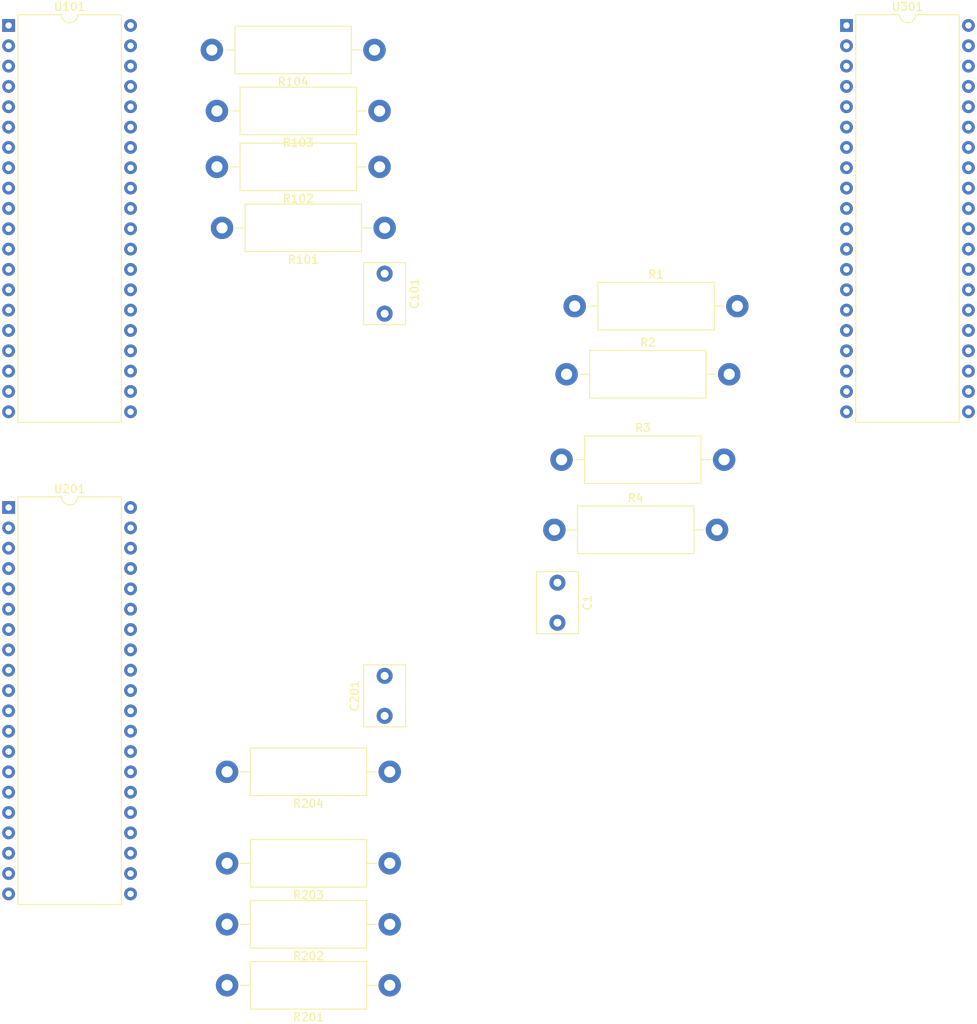
<source format=kicad_pcb>
(kicad_pcb (version 20171130) (host pcbnew "(5.0.0-rc2-dev-668-g07e7340a9)")

  (general
    (thickness 1.6)
    (drawings 0)
    (tracks 0)
    (zones 0)
    (modules 18)
    (nets 114)
  )

  (page A4)
  (layers
    (0 F.Cu signal)
    (31 B.Cu signal)
    (32 B.Adhes user)
    (33 F.Adhes user)
    (34 B.Paste user)
    (35 F.Paste user)
    (36 B.SilkS user)
    (37 F.SilkS user)
    (38 B.Mask user)
    (39 F.Mask user)
    (40 Dwgs.User user)
    (41 Cmts.User user)
    (42 Eco1.User user)
    (43 Eco2.User user)
    (44 Edge.Cuts user)
    (45 Margin user)
    (46 B.CrtYd user)
    (47 F.CrtYd user)
    (48 B.Fab user)
    (49 F.Fab user)
  )

  (setup
    (last_trace_width 0.25)
    (trace_clearance 0.2)
    (zone_clearance 0.508)
    (zone_45_only no)
    (trace_min 0.2)
    (segment_width 0.2)
    (edge_width 0.15)
    (via_size 0.8)
    (via_drill 0.4)
    (via_min_size 0.4)
    (via_min_drill 0.3)
    (uvia_size 0.3)
    (uvia_drill 0.1)
    (uvias_allowed no)
    (uvia_min_size 0.2)
    (uvia_min_drill 0.1)
    (pcb_text_width 0.3)
    (pcb_text_size 1.5 1.5)
    (mod_edge_width 0.15)
    (mod_text_size 1 1)
    (mod_text_width 0.15)
    (pad_size 1.524 1.524)
    (pad_drill 0.762)
    (pad_to_mask_clearance 0.2)
    (aux_axis_origin 0 0)
    (visible_elements 7FFFFFFF)
    (pcbplotparams
      (layerselection 0x010fc_ffffffff)
      (usegerberextensions false)
      (usegerberattributes false)
      (usegerberadvancedattributes false)
      (creategerberjobfile false)
      (excludeedgelayer true)
      (linewidth 0.100000)
      (plotframeref false)
      (viasonmask false)
      (mode 1)
      (useauxorigin false)
      (hpglpennumber 1)
      (hpglpenspeed 20)
      (hpglpendiameter 15)
      (psnegative false)
      (psa4output false)
      (plotreference true)
      (plotvalue true)
      (plotinvisibletext false)
      (padsonsilk false)
      (subtractmaskfromsilk false)
      (outputformat 1)
      (mirror false)
      (drillshape 1)
      (scaleselection 1)
      (outputdirectory ""))
  )

  (net 0 "")
  (net 1 "Net-(C101-Pad1)")
  (net 2 GND)
  (net 3 "Net-(C201-Pad1)")
  (net 4 /RB1)
  (net 5 /RB2)
  (net 6 /RB3)
  (net 7 /RB4)
  (net 8 /level_1/RD1)
  (net 9 /level_1/RD2)
  (net 10 /level_1/RD3)
  (net 11 /level_1/RD4)
  (net 12 "Net-(U101-Pad1)")
  (net 13 "Net-(U101-Pad21)")
  (net 14 "Net-(U101-Pad2)")
  (net 15 "Net-(U101-Pad22)")
  (net 16 "Net-(U101-Pad3)")
  (net 17 "Net-(U101-Pad23)")
  (net 18 "Net-(U101-Pad4)")
  (net 19 "Net-(U101-Pad24)")
  (net 20 "Net-(U101-Pad5)")
  (net 21 "Net-(U101-Pad25)")
  (net 22 "Net-(U101-Pad6)")
  (net 23 "Net-(U101-Pad26)")
  (net 24 "Net-(U101-Pad7)")
  (net 25 "Net-(U101-Pad27)")
  (net 26 "Net-(U101-Pad8)")
  (net 27 "Net-(U101-Pad28)")
  (net 28 "Net-(U101-Pad9)")
  (net 29 "Net-(U101-Pad29)")
  (net 30 "Net-(U101-Pad10)")
  (net 31 "Net-(U101-Pad30)")
  (net 32 +5V)
  (net 33 "Net-(U101-Pad13)")
  (net 34 "Net-(U101-Pad33)")
  (net 35 "Net-(U101-Pad14)")
  (net 36 "Net-(U101-Pad15)")
  (net 37 "Net-(U101-Pad16)")
  (net 38 "Net-(U101-Pad17)")
  (net 39 "Net-(U101-Pad18)")
  (net 40 "Net-(U101-Pad38)")
  (net 41 "Net-(U101-Pad19)")
  (net 42 "Net-(U101-Pad39)")
  (net 43 "Net-(U101-Pad20)")
  (net 44 "Net-(U101-Pad40)")
  (net 45 "Net-(U201-Pad1)")
  (net 46 "Net-(U201-Pad2)")
  (net 47 "Net-(U201-Pad3)")
  (net 48 "Net-(U201-Pad23)")
  (net 49 "Net-(U201-Pad4)")
  (net 50 "Net-(U201-Pad24)")
  (net 51 "Net-(U201-Pad5)")
  (net 52 "Net-(U201-Pad25)")
  (net 53 "Net-(U201-Pad6)")
  (net 54 "Net-(U201-Pad26)")
  (net 55 "Net-(U201-Pad7)")
  (net 56 "Net-(U201-Pad8)")
  (net 57 "Net-(U201-Pad28)")
  (net 58 "Net-(U201-Pad9)")
  (net 59 "Net-(U201-Pad29)")
  (net 60 "Net-(U201-Pad10)")
  (net 61 "Net-(U201-Pad30)")
  (net 62 "Net-(U201-Pad13)")
  (net 63 "Net-(U201-Pad33)")
  (net 64 "Net-(U201-Pad14)")
  (net 65 "Net-(U201-Pad34)")
  (net 66 "Net-(U201-Pad15)")
  (net 67 "Net-(U201-Pad35)")
  (net 68 "Net-(U201-Pad16)")
  (net 69 "Net-(U201-Pad36)")
  (net 70 "Net-(U201-Pad17)")
  (net 71 "Net-(U201-Pad37)")
  (net 72 "Net-(U201-Pad18)")
  (net 73 "Net-(U201-Pad38)")
  (net 74 "Net-(U201-Pad19)")
  (net 75 "Net-(U201-Pad39)")
  (net 76 "Net-(U201-Pad40)")
  (net 77 "Net-(U301-Pad40)")
  (net 78 "Net-(U301-Pad20)")
  (net 79 "Net-(U301-Pad39)")
  (net 80 "Net-(U301-Pad19)")
  (net 81 "Net-(U301-Pad38)")
  (net 82 "Net-(U301-Pad37)")
  (net 83 "Net-(U301-Pad36)")
  (net 84 "Net-(U301-Pad35)")
  (net 85 "Net-(U301-Pad15)")
  (net 86 "Net-(U301-Pad34)")
  (net 87 "Net-(U301-Pad14)")
  (net 88 "Net-(U301-Pad33)")
  (net 89 "Net-(U301-Pad13)")
  (net 90 "Net-(U301-Pad30)")
  (net 91 "Net-(U301-Pad10)")
  (net 92 "Net-(U301-Pad29)")
  (net 93 "Net-(U301-Pad9)")
  (net 94 "Net-(U301-Pad28)")
  (net 95 "Net-(U301-Pad8)")
  (net 96 "Net-(U301-Pad27)")
  (net 97 "Net-(U301-Pad7)")
  (net 98 "Net-(U301-Pad26)")
  (net 99 "Net-(U301-Pad6)")
  (net 100 "Net-(U301-Pad25)")
  (net 101 "Net-(U301-Pad5)")
  (net 102 "Net-(U301-Pad24)")
  (net 103 "Net-(U301-Pad4)")
  (net 104 "Net-(U301-Pad3)")
  (net 105 "Net-(U301-Pad22)")
  (net 106 "Net-(U301-Pad2)")
  (net 107 "Net-(U301-Pad21)")
  (net 108 "Net-(U301-Pad1)")
  (net 109 "Net-(C1-Pad1)")
  (net 110 RC1)
  (net 111 RC2)
  (net 112 RC3)
  (net 113 RC4)

  (net_class Default "This is the default net class."
    (clearance 0.2)
    (trace_width 0.25)
    (via_dia 0.8)
    (via_drill 0.4)
    (uvia_dia 0.3)
    (uvia_drill 0.1)
    (add_net +5V)
    (add_net /RB1)
    (add_net /RB2)
    (add_net /RB3)
    (add_net /RB4)
    (add_net /level_1/RD1)
    (add_net /level_1/RD2)
    (add_net /level_1/RD3)
    (add_net /level_1/RD4)
    (add_net GND)
    (add_net "Net-(C1-Pad1)")
    (add_net "Net-(C101-Pad1)")
    (add_net "Net-(C201-Pad1)")
    (add_net "Net-(U101-Pad1)")
    (add_net "Net-(U101-Pad10)")
    (add_net "Net-(U101-Pad13)")
    (add_net "Net-(U101-Pad14)")
    (add_net "Net-(U101-Pad15)")
    (add_net "Net-(U101-Pad16)")
    (add_net "Net-(U101-Pad17)")
    (add_net "Net-(U101-Pad18)")
    (add_net "Net-(U101-Pad19)")
    (add_net "Net-(U101-Pad2)")
    (add_net "Net-(U101-Pad20)")
    (add_net "Net-(U101-Pad21)")
    (add_net "Net-(U101-Pad22)")
    (add_net "Net-(U101-Pad23)")
    (add_net "Net-(U101-Pad24)")
    (add_net "Net-(U101-Pad25)")
    (add_net "Net-(U101-Pad26)")
    (add_net "Net-(U101-Pad27)")
    (add_net "Net-(U101-Pad28)")
    (add_net "Net-(U101-Pad29)")
    (add_net "Net-(U101-Pad3)")
    (add_net "Net-(U101-Pad30)")
    (add_net "Net-(U101-Pad33)")
    (add_net "Net-(U101-Pad38)")
    (add_net "Net-(U101-Pad39)")
    (add_net "Net-(U101-Pad4)")
    (add_net "Net-(U101-Pad40)")
    (add_net "Net-(U101-Pad5)")
    (add_net "Net-(U101-Pad6)")
    (add_net "Net-(U101-Pad7)")
    (add_net "Net-(U101-Pad8)")
    (add_net "Net-(U101-Pad9)")
    (add_net "Net-(U201-Pad1)")
    (add_net "Net-(U201-Pad10)")
    (add_net "Net-(U201-Pad13)")
    (add_net "Net-(U201-Pad14)")
    (add_net "Net-(U201-Pad15)")
    (add_net "Net-(U201-Pad16)")
    (add_net "Net-(U201-Pad17)")
    (add_net "Net-(U201-Pad18)")
    (add_net "Net-(U201-Pad19)")
    (add_net "Net-(U201-Pad2)")
    (add_net "Net-(U201-Pad23)")
    (add_net "Net-(U201-Pad24)")
    (add_net "Net-(U201-Pad25)")
    (add_net "Net-(U201-Pad26)")
    (add_net "Net-(U201-Pad28)")
    (add_net "Net-(U201-Pad29)")
    (add_net "Net-(U201-Pad3)")
    (add_net "Net-(U201-Pad30)")
    (add_net "Net-(U201-Pad33)")
    (add_net "Net-(U201-Pad34)")
    (add_net "Net-(U201-Pad35)")
    (add_net "Net-(U201-Pad36)")
    (add_net "Net-(U201-Pad37)")
    (add_net "Net-(U201-Pad38)")
    (add_net "Net-(U201-Pad39)")
    (add_net "Net-(U201-Pad4)")
    (add_net "Net-(U201-Pad40)")
    (add_net "Net-(U201-Pad5)")
    (add_net "Net-(U201-Pad6)")
    (add_net "Net-(U201-Pad7)")
    (add_net "Net-(U201-Pad8)")
    (add_net "Net-(U201-Pad9)")
    (add_net "Net-(U301-Pad1)")
    (add_net "Net-(U301-Pad10)")
    (add_net "Net-(U301-Pad13)")
    (add_net "Net-(U301-Pad14)")
    (add_net "Net-(U301-Pad15)")
    (add_net "Net-(U301-Pad19)")
    (add_net "Net-(U301-Pad2)")
    (add_net "Net-(U301-Pad20)")
    (add_net "Net-(U301-Pad21)")
    (add_net "Net-(U301-Pad22)")
    (add_net "Net-(U301-Pad24)")
    (add_net "Net-(U301-Pad25)")
    (add_net "Net-(U301-Pad26)")
    (add_net "Net-(U301-Pad27)")
    (add_net "Net-(U301-Pad28)")
    (add_net "Net-(U301-Pad29)")
    (add_net "Net-(U301-Pad3)")
    (add_net "Net-(U301-Pad30)")
    (add_net "Net-(U301-Pad33)")
    (add_net "Net-(U301-Pad34)")
    (add_net "Net-(U301-Pad35)")
    (add_net "Net-(U301-Pad36)")
    (add_net "Net-(U301-Pad37)")
    (add_net "Net-(U301-Pad38)")
    (add_net "Net-(U301-Pad39)")
    (add_net "Net-(U301-Pad4)")
    (add_net "Net-(U301-Pad40)")
    (add_net "Net-(U301-Pad5)")
    (add_net "Net-(U301-Pad6)")
    (add_net "Net-(U301-Pad7)")
    (add_net "Net-(U301-Pad8)")
    (add_net "Net-(U301-Pad9)")
    (add_net RC1)
    (add_net RC2)
    (add_net RC3)
    (add_net RC4)
  )

  (module Capacitor_THT:C_Disc_D7.5mm_W5.0mm_P5.00mm (layer F.Cu) (tedit 5AE50EF0) (tstamp 5B29BBF1)
    (at 101.6 67.945 270)
    (descr "C, Disc series, Radial, pin pitch=5.00mm, , diameter*width=7.5*5.0mm^2, Capacitor, http://www.vishay.com/docs/28535/vy2series.pdf")
    (tags "C Disc series Radial pin pitch 5.00mm  diameter 7.5mm width 5.0mm Capacitor")
    (path /5B29648B)
    (fp_text reference C101 (at 2.5 -3.75 270) (layer F.SilkS)
      (effects (font (size 1 1) (thickness 0.15)))
    )
    (fp_text value C (at 2.5 3.75 270) (layer F.Fab)
      (effects (font (size 1 1) (thickness 0.15)))
    )
    (fp_line (start -1.25 -2.5) (end -1.25 2.5) (layer F.Fab) (width 0.1))
    (fp_line (start -1.25 2.5) (end 6.25 2.5) (layer F.Fab) (width 0.1))
    (fp_line (start 6.25 2.5) (end 6.25 -2.5) (layer F.Fab) (width 0.1))
    (fp_line (start 6.25 -2.5) (end -1.25 -2.5) (layer F.Fab) (width 0.1))
    (fp_line (start -1.37 -2.62) (end 6.37 -2.62) (layer F.SilkS) (width 0.12))
    (fp_line (start -1.37 2.62) (end 6.37 2.62) (layer F.SilkS) (width 0.12))
    (fp_line (start -1.37 -2.62) (end -1.37 2.62) (layer F.SilkS) (width 0.12))
    (fp_line (start 6.37 -2.62) (end 6.37 2.62) (layer F.SilkS) (width 0.12))
    (fp_line (start -1.5 -2.75) (end -1.5 2.75) (layer F.CrtYd) (width 0.05))
    (fp_line (start -1.5 2.75) (end 6.5 2.75) (layer F.CrtYd) (width 0.05))
    (fp_line (start 6.5 2.75) (end 6.5 -2.75) (layer F.CrtYd) (width 0.05))
    (fp_line (start 6.5 -2.75) (end -1.5 -2.75) (layer F.CrtYd) (width 0.05))
    (fp_text user %R (at 2.5 0 270) (layer F.Fab)
      (effects (font (size 1 1) (thickness 0.15)))
    )
    (pad 1 thru_hole circle (at 0 0 270) (size 2 2) (drill 1) (layers *.Cu *.Mask)
      (net 1 "Net-(C101-Pad1)"))
    (pad 2 thru_hole circle (at 5 0 270) (size 2 2) (drill 1) (layers *.Cu *.Mask)
      (net 2 GND))
    (model ${KISYS3DMOD}/Capacitor_THT.3dshapes/C_Disc_D7.5mm_W5.0mm_P5.00mm.wrl
      (at (xyz 0 0 0))
      (scale (xyz 1 1 1))
      (rotate (xyz 0 0 0))
    )
  )

  (module Capacitor_THT:C_Disc_D7.5mm_W5.0mm_P5.00mm (layer F.Cu) (tedit 5AE50EF0) (tstamp 5B29BC04)
    (at 101.6 123.19 90)
    (descr "C, Disc series, Radial, pin pitch=5.00mm, , diameter*width=7.5*5.0mm^2, Capacitor, http://www.vishay.com/docs/28535/vy2series.pdf")
    (tags "C Disc series Radial pin pitch 5.00mm  diameter 7.5mm width 5.0mm Capacitor")
    (path /5B293A86/5B2950F5)
    (fp_text reference C201 (at 2.5 -3.75 90) (layer F.SilkS)
      (effects (font (size 1 1) (thickness 0.15)))
    )
    (fp_text value C (at 2.5 3.75 90) (layer F.Fab)
      (effects (font (size 1 1) (thickness 0.15)))
    )
    (fp_text user %R (at 2.5 0 90) (layer F.Fab)
      (effects (font (size 1 1) (thickness 0.15)))
    )
    (fp_line (start 6.5 -2.75) (end -1.5 -2.75) (layer F.CrtYd) (width 0.05))
    (fp_line (start 6.5 2.75) (end 6.5 -2.75) (layer F.CrtYd) (width 0.05))
    (fp_line (start -1.5 2.75) (end 6.5 2.75) (layer F.CrtYd) (width 0.05))
    (fp_line (start -1.5 -2.75) (end -1.5 2.75) (layer F.CrtYd) (width 0.05))
    (fp_line (start 6.37 -2.62) (end 6.37 2.62) (layer F.SilkS) (width 0.12))
    (fp_line (start -1.37 -2.62) (end -1.37 2.62) (layer F.SilkS) (width 0.12))
    (fp_line (start -1.37 2.62) (end 6.37 2.62) (layer F.SilkS) (width 0.12))
    (fp_line (start -1.37 -2.62) (end 6.37 -2.62) (layer F.SilkS) (width 0.12))
    (fp_line (start 6.25 -2.5) (end -1.25 -2.5) (layer F.Fab) (width 0.1))
    (fp_line (start 6.25 2.5) (end 6.25 -2.5) (layer F.Fab) (width 0.1))
    (fp_line (start -1.25 2.5) (end 6.25 2.5) (layer F.Fab) (width 0.1))
    (fp_line (start -1.25 -2.5) (end -1.25 2.5) (layer F.Fab) (width 0.1))
    (pad 2 thru_hole circle (at 5 0 90) (size 2 2) (drill 1) (layers *.Cu *.Mask)
      (net 2 GND))
    (pad 1 thru_hole circle (at 0 0 90) (size 2 2) (drill 1) (layers *.Cu *.Mask)
      (net 3 "Net-(C201-Pad1)"))
    (model ${KISYS3DMOD}/Capacitor_THT.3dshapes/C_Disc_D7.5mm_W5.0mm_P5.00mm.wrl
      (at (xyz 0 0 0))
      (scale (xyz 1 1 1))
      (rotate (xyz 0 0 0))
    )
  )

  (module Resistor_THT:R_Axial_DIN0614_L14.3mm_D5.7mm_P20.32mm_Horizontal (layer F.Cu) (tedit 5AE5139B) (tstamp 5B29BC2E)
    (at 101.6 62.23 180)
    (descr "Resistor, Axial_DIN0614 series, Axial, Horizontal, pin pitch=20.32mm, 1.5W, length*diameter=14.3*5.7mm^2")
    (tags "Resistor Axial_DIN0614 series Axial Horizontal pin pitch 20.32mm 1.5W length 14.3mm diameter 5.7mm")
    (path /5B29646F)
    (fp_text reference R101 (at 10.16 -3.97 180) (layer F.SilkS)
      (effects (font (size 1 1) (thickness 0.15)))
    )
    (fp_text value R (at 10.16 3.97 180) (layer F.Fab)
      (effects (font (size 1 1) (thickness 0.15)))
    )
    (fp_line (start 3.01 -2.85) (end 3.01 2.85) (layer F.Fab) (width 0.1))
    (fp_line (start 3.01 2.85) (end 17.31 2.85) (layer F.Fab) (width 0.1))
    (fp_line (start 17.31 2.85) (end 17.31 -2.85) (layer F.Fab) (width 0.1))
    (fp_line (start 17.31 -2.85) (end 3.01 -2.85) (layer F.Fab) (width 0.1))
    (fp_line (start 0 0) (end 3.01 0) (layer F.Fab) (width 0.1))
    (fp_line (start 20.32 0) (end 17.31 0) (layer F.Fab) (width 0.1))
    (fp_line (start 2.89 -2.97) (end 2.89 2.97) (layer F.SilkS) (width 0.12))
    (fp_line (start 2.89 2.97) (end 17.43 2.97) (layer F.SilkS) (width 0.12))
    (fp_line (start 17.43 2.97) (end 17.43 -2.97) (layer F.SilkS) (width 0.12))
    (fp_line (start 17.43 -2.97) (end 2.89 -2.97) (layer F.SilkS) (width 0.12))
    (fp_line (start 1.64 0) (end 2.89 0) (layer F.SilkS) (width 0.12))
    (fp_line (start 18.68 0) (end 17.43 0) (layer F.SilkS) (width 0.12))
    (fp_line (start -1.65 -3.1) (end -1.65 3.1) (layer F.CrtYd) (width 0.05))
    (fp_line (start -1.65 3.1) (end 21.97 3.1) (layer F.CrtYd) (width 0.05))
    (fp_line (start 21.97 3.1) (end 21.97 -3.1) (layer F.CrtYd) (width 0.05))
    (fp_line (start 21.97 -3.1) (end -1.65 -3.1) (layer F.CrtYd) (width 0.05))
    (fp_text user %R (at 10.16 0 180) (layer F.Fab)
      (effects (font (size 1 1) (thickness 0.15)))
    )
    (pad 1 thru_hole circle (at 0 0 180) (size 2.8 2.8) (drill 1.4) (layers *.Cu *.Mask)
      (net 1 "Net-(C101-Pad1)"))
    (pad 2 thru_hole oval (at 20.32 0 180) (size 2.8 2.8) (drill 1.4) (layers *.Cu *.Mask)
      (net 4 /RB1))
    (model ${KISYS3DMOD}/Resistor_THT.3dshapes/R_Axial_DIN0614_L14.3mm_D5.7mm_P20.32mm_Horizontal.wrl
      (at (xyz 0 0 0))
      (scale (xyz 1 1 1))
      (rotate (xyz 0 0 0))
    )
  )

  (module Resistor_THT:R_Axial_DIN0614_L14.3mm_D5.7mm_P20.32mm_Horizontal (layer F.Cu) (tedit 5AE5139B) (tstamp 5B29C3C9)
    (at 100.965 54.61 180)
    (descr "Resistor, Axial_DIN0614 series, Axial, Horizontal, pin pitch=20.32mm, 1.5W, length*diameter=14.3*5.7mm^2")
    (tags "Resistor Axial_DIN0614 series Axial Horizontal pin pitch 20.32mm 1.5W length 14.3mm diameter 5.7mm")
    (path /5B296476)
    (fp_text reference R102 (at 10.16 -3.97 180) (layer F.SilkS)
      (effects (font (size 1 1) (thickness 0.15)))
    )
    (fp_text value R (at 10.16 3.97 180) (layer F.Fab)
      (effects (font (size 1 1) (thickness 0.15)))
    )
    (fp_text user %R (at 10.16 0 180) (layer F.Fab)
      (effects (font (size 1 1) (thickness 0.15)))
    )
    (fp_line (start 21.97 -3.1) (end -1.65 -3.1) (layer F.CrtYd) (width 0.05))
    (fp_line (start 21.97 3.1) (end 21.97 -3.1) (layer F.CrtYd) (width 0.05))
    (fp_line (start -1.65 3.1) (end 21.97 3.1) (layer F.CrtYd) (width 0.05))
    (fp_line (start -1.65 -3.1) (end -1.65 3.1) (layer F.CrtYd) (width 0.05))
    (fp_line (start 18.68 0) (end 17.43 0) (layer F.SilkS) (width 0.12))
    (fp_line (start 1.64 0) (end 2.89 0) (layer F.SilkS) (width 0.12))
    (fp_line (start 17.43 -2.97) (end 2.89 -2.97) (layer F.SilkS) (width 0.12))
    (fp_line (start 17.43 2.97) (end 17.43 -2.97) (layer F.SilkS) (width 0.12))
    (fp_line (start 2.89 2.97) (end 17.43 2.97) (layer F.SilkS) (width 0.12))
    (fp_line (start 2.89 -2.97) (end 2.89 2.97) (layer F.SilkS) (width 0.12))
    (fp_line (start 20.32 0) (end 17.31 0) (layer F.Fab) (width 0.1))
    (fp_line (start 0 0) (end 3.01 0) (layer F.Fab) (width 0.1))
    (fp_line (start 17.31 -2.85) (end 3.01 -2.85) (layer F.Fab) (width 0.1))
    (fp_line (start 17.31 2.85) (end 17.31 -2.85) (layer F.Fab) (width 0.1))
    (fp_line (start 3.01 2.85) (end 17.31 2.85) (layer F.Fab) (width 0.1))
    (fp_line (start 3.01 -2.85) (end 3.01 2.85) (layer F.Fab) (width 0.1))
    (pad 2 thru_hole oval (at 20.32 0 180) (size 2.8 2.8) (drill 1.4) (layers *.Cu *.Mask)
      (net 5 /RB2))
    (pad 1 thru_hole circle (at 0 0 180) (size 2.8 2.8) (drill 1.4) (layers *.Cu *.Mask)
      (net 1 "Net-(C101-Pad1)"))
    (model ${KISYS3DMOD}/Resistor_THT.3dshapes/R_Axial_DIN0614_L14.3mm_D5.7mm_P20.32mm_Horizontal.wrl
      (at (xyz 0 0 0))
      (scale (xyz 1 1 1))
      (rotate (xyz 0 0 0))
    )
  )

  (module Resistor_THT:R_Axial_DIN0614_L14.3mm_D5.7mm_P20.32mm_Horizontal (layer F.Cu) (tedit 5AE5139B) (tstamp 5B29BC5C)
    (at 100.965 47.625 180)
    (descr "Resistor, Axial_DIN0614 series, Axial, Horizontal, pin pitch=20.32mm, 1.5W, length*diameter=14.3*5.7mm^2")
    (tags "Resistor Axial_DIN0614 series Axial Horizontal pin pitch 20.32mm 1.5W length 14.3mm diameter 5.7mm")
    (path /5B29647D)
    (fp_text reference R103 (at 10.16 -3.97 180) (layer F.SilkS)
      (effects (font (size 1 1) (thickness 0.15)))
    )
    (fp_text value R (at 10.16 3.97 180) (layer F.Fab)
      (effects (font (size 1 1) (thickness 0.15)))
    )
    (fp_line (start 3.01 -2.85) (end 3.01 2.85) (layer F.Fab) (width 0.1))
    (fp_line (start 3.01 2.85) (end 17.31 2.85) (layer F.Fab) (width 0.1))
    (fp_line (start 17.31 2.85) (end 17.31 -2.85) (layer F.Fab) (width 0.1))
    (fp_line (start 17.31 -2.85) (end 3.01 -2.85) (layer F.Fab) (width 0.1))
    (fp_line (start 0 0) (end 3.01 0) (layer F.Fab) (width 0.1))
    (fp_line (start 20.32 0) (end 17.31 0) (layer F.Fab) (width 0.1))
    (fp_line (start 2.89 -2.97) (end 2.89 2.97) (layer F.SilkS) (width 0.12))
    (fp_line (start 2.89 2.97) (end 17.43 2.97) (layer F.SilkS) (width 0.12))
    (fp_line (start 17.43 2.97) (end 17.43 -2.97) (layer F.SilkS) (width 0.12))
    (fp_line (start 17.43 -2.97) (end 2.89 -2.97) (layer F.SilkS) (width 0.12))
    (fp_line (start 1.64 0) (end 2.89 0) (layer F.SilkS) (width 0.12))
    (fp_line (start 18.68 0) (end 17.43 0) (layer F.SilkS) (width 0.12))
    (fp_line (start -1.65 -3.1) (end -1.65 3.1) (layer F.CrtYd) (width 0.05))
    (fp_line (start -1.65 3.1) (end 21.97 3.1) (layer F.CrtYd) (width 0.05))
    (fp_line (start 21.97 3.1) (end 21.97 -3.1) (layer F.CrtYd) (width 0.05))
    (fp_line (start 21.97 -3.1) (end -1.65 -3.1) (layer F.CrtYd) (width 0.05))
    (fp_text user %R (at 10.16 0 180) (layer F.Fab)
      (effects (font (size 1 1) (thickness 0.15)))
    )
    (pad 1 thru_hole circle (at 0 0 180) (size 2.8 2.8) (drill 1.4) (layers *.Cu *.Mask)
      (net 1 "Net-(C101-Pad1)"))
    (pad 2 thru_hole oval (at 20.32 0 180) (size 2.8 2.8) (drill 1.4) (layers *.Cu *.Mask)
      (net 6 /RB3))
    (model ${KISYS3DMOD}/Resistor_THT.3dshapes/R_Axial_DIN0614_L14.3mm_D5.7mm_P20.32mm_Horizontal.wrl
      (at (xyz 0 0 0))
      (scale (xyz 1 1 1))
      (rotate (xyz 0 0 0))
    )
  )

  (module Resistor_THT:R_Axial_DIN0614_L14.3mm_D5.7mm_P20.32mm_Horizontal (layer F.Cu) (tedit 5AE5139B) (tstamp 5B29BC73)
    (at 100.33 40.005 180)
    (descr "Resistor, Axial_DIN0614 series, Axial, Horizontal, pin pitch=20.32mm, 1.5W, length*diameter=14.3*5.7mm^2")
    (tags "Resistor Axial_DIN0614 series Axial Horizontal pin pitch 20.32mm 1.5W length 14.3mm diameter 5.7mm")
    (path /5B296484)
    (fp_text reference R104 (at 10.16 -3.97 180) (layer F.SilkS)
      (effects (font (size 1 1) (thickness 0.15)))
    )
    (fp_text value R (at 10.16 3.97 180) (layer F.Fab)
      (effects (font (size 1 1) (thickness 0.15)))
    )
    (fp_text user %R (at 10.16 0 180) (layer F.Fab)
      (effects (font (size 1 1) (thickness 0.15)))
    )
    (fp_line (start 21.97 -3.1) (end -1.65 -3.1) (layer F.CrtYd) (width 0.05))
    (fp_line (start 21.97 3.1) (end 21.97 -3.1) (layer F.CrtYd) (width 0.05))
    (fp_line (start -1.65 3.1) (end 21.97 3.1) (layer F.CrtYd) (width 0.05))
    (fp_line (start -1.65 -3.1) (end -1.65 3.1) (layer F.CrtYd) (width 0.05))
    (fp_line (start 18.68 0) (end 17.43 0) (layer F.SilkS) (width 0.12))
    (fp_line (start 1.64 0) (end 2.89 0) (layer F.SilkS) (width 0.12))
    (fp_line (start 17.43 -2.97) (end 2.89 -2.97) (layer F.SilkS) (width 0.12))
    (fp_line (start 17.43 2.97) (end 17.43 -2.97) (layer F.SilkS) (width 0.12))
    (fp_line (start 2.89 2.97) (end 17.43 2.97) (layer F.SilkS) (width 0.12))
    (fp_line (start 2.89 -2.97) (end 2.89 2.97) (layer F.SilkS) (width 0.12))
    (fp_line (start 20.32 0) (end 17.31 0) (layer F.Fab) (width 0.1))
    (fp_line (start 0 0) (end 3.01 0) (layer F.Fab) (width 0.1))
    (fp_line (start 17.31 -2.85) (end 3.01 -2.85) (layer F.Fab) (width 0.1))
    (fp_line (start 17.31 2.85) (end 17.31 -2.85) (layer F.Fab) (width 0.1))
    (fp_line (start 3.01 2.85) (end 17.31 2.85) (layer F.Fab) (width 0.1))
    (fp_line (start 3.01 -2.85) (end 3.01 2.85) (layer F.Fab) (width 0.1))
    (pad 2 thru_hole oval (at 20.32 0 180) (size 2.8 2.8) (drill 1.4) (layers *.Cu *.Mask)
      (net 7 /RB4))
    (pad 1 thru_hole circle (at 0 0 180) (size 2.8 2.8) (drill 1.4) (layers *.Cu *.Mask)
      (net 1 "Net-(C101-Pad1)"))
    (model ${KISYS3DMOD}/Resistor_THT.3dshapes/R_Axial_DIN0614_L14.3mm_D5.7mm_P20.32mm_Horizontal.wrl
      (at (xyz 0 0 0))
      (scale (xyz 1 1 1))
      (rotate (xyz 0 0 0))
    )
  )

  (module Resistor_THT:R_Axial_DIN0614_L14.3mm_D5.7mm_P20.32mm_Horizontal (layer F.Cu) (tedit 5AE5139B) (tstamp 5B29BC8A)
    (at 102.235 156.845 180)
    (descr "Resistor, Axial_DIN0614 series, Axial, Horizontal, pin pitch=20.32mm, 1.5W, length*diameter=14.3*5.7mm^2")
    (tags "Resistor Axial_DIN0614 series Axial Horizontal pin pitch 20.32mm 1.5W length 14.3mm diameter 5.7mm")
    (path /5B293A86/5B2950D9)
    (fp_text reference R201 (at 10.16 -3.97 180) (layer F.SilkS)
      (effects (font (size 1 1) (thickness 0.15)))
    )
    (fp_text value R (at 10.16 3.97 180) (layer F.Fab)
      (effects (font (size 1 1) (thickness 0.15)))
    )
    (fp_line (start 3.01 -2.85) (end 3.01 2.85) (layer F.Fab) (width 0.1))
    (fp_line (start 3.01 2.85) (end 17.31 2.85) (layer F.Fab) (width 0.1))
    (fp_line (start 17.31 2.85) (end 17.31 -2.85) (layer F.Fab) (width 0.1))
    (fp_line (start 17.31 -2.85) (end 3.01 -2.85) (layer F.Fab) (width 0.1))
    (fp_line (start 0 0) (end 3.01 0) (layer F.Fab) (width 0.1))
    (fp_line (start 20.32 0) (end 17.31 0) (layer F.Fab) (width 0.1))
    (fp_line (start 2.89 -2.97) (end 2.89 2.97) (layer F.SilkS) (width 0.12))
    (fp_line (start 2.89 2.97) (end 17.43 2.97) (layer F.SilkS) (width 0.12))
    (fp_line (start 17.43 2.97) (end 17.43 -2.97) (layer F.SilkS) (width 0.12))
    (fp_line (start 17.43 -2.97) (end 2.89 -2.97) (layer F.SilkS) (width 0.12))
    (fp_line (start 1.64 0) (end 2.89 0) (layer F.SilkS) (width 0.12))
    (fp_line (start 18.68 0) (end 17.43 0) (layer F.SilkS) (width 0.12))
    (fp_line (start -1.65 -3.1) (end -1.65 3.1) (layer F.CrtYd) (width 0.05))
    (fp_line (start -1.65 3.1) (end 21.97 3.1) (layer F.CrtYd) (width 0.05))
    (fp_line (start 21.97 3.1) (end 21.97 -3.1) (layer F.CrtYd) (width 0.05))
    (fp_line (start 21.97 -3.1) (end -1.65 -3.1) (layer F.CrtYd) (width 0.05))
    (fp_text user %R (at 10.16 0 180) (layer F.Fab)
      (effects (font (size 1 1) (thickness 0.15)))
    )
    (pad 1 thru_hole circle (at 0 0 180) (size 2.8 2.8) (drill 1.4) (layers *.Cu *.Mask)
      (net 3 "Net-(C201-Pad1)"))
    (pad 2 thru_hole oval (at 20.32 0 180) (size 2.8 2.8) (drill 1.4) (layers *.Cu *.Mask)
      (net 8 /level_1/RD1))
    (model ${KISYS3DMOD}/Resistor_THT.3dshapes/R_Axial_DIN0614_L14.3mm_D5.7mm_P20.32mm_Horizontal.wrl
      (at (xyz 0 0 0))
      (scale (xyz 1 1 1))
      (rotate (xyz 0 0 0))
    )
  )

  (module Resistor_THT:R_Axial_DIN0614_L14.3mm_D5.7mm_P20.32mm_Horizontal (layer F.Cu) (tedit 5AE5139B) (tstamp 5B29BCA1)
    (at 102.235 149.225 180)
    (descr "Resistor, Axial_DIN0614 series, Axial, Horizontal, pin pitch=20.32mm, 1.5W, length*diameter=14.3*5.7mm^2")
    (tags "Resistor Axial_DIN0614 series Axial Horizontal pin pitch 20.32mm 1.5W length 14.3mm diameter 5.7mm")
    (path /5B293A86/5B2950E0)
    (fp_text reference R202 (at 10.16 -3.97 180) (layer F.SilkS)
      (effects (font (size 1 1) (thickness 0.15)))
    )
    (fp_text value R (at 10.16 3.97 180) (layer F.Fab)
      (effects (font (size 1 1) (thickness 0.15)))
    )
    (fp_text user %R (at 10.16 0 180) (layer F.Fab)
      (effects (font (size 1 1) (thickness 0.15)))
    )
    (fp_line (start 21.97 -3.1) (end -1.65 -3.1) (layer F.CrtYd) (width 0.05))
    (fp_line (start 21.97 3.1) (end 21.97 -3.1) (layer F.CrtYd) (width 0.05))
    (fp_line (start -1.65 3.1) (end 21.97 3.1) (layer F.CrtYd) (width 0.05))
    (fp_line (start -1.65 -3.1) (end -1.65 3.1) (layer F.CrtYd) (width 0.05))
    (fp_line (start 18.68 0) (end 17.43 0) (layer F.SilkS) (width 0.12))
    (fp_line (start 1.64 0) (end 2.89 0) (layer F.SilkS) (width 0.12))
    (fp_line (start 17.43 -2.97) (end 2.89 -2.97) (layer F.SilkS) (width 0.12))
    (fp_line (start 17.43 2.97) (end 17.43 -2.97) (layer F.SilkS) (width 0.12))
    (fp_line (start 2.89 2.97) (end 17.43 2.97) (layer F.SilkS) (width 0.12))
    (fp_line (start 2.89 -2.97) (end 2.89 2.97) (layer F.SilkS) (width 0.12))
    (fp_line (start 20.32 0) (end 17.31 0) (layer F.Fab) (width 0.1))
    (fp_line (start 0 0) (end 3.01 0) (layer F.Fab) (width 0.1))
    (fp_line (start 17.31 -2.85) (end 3.01 -2.85) (layer F.Fab) (width 0.1))
    (fp_line (start 17.31 2.85) (end 17.31 -2.85) (layer F.Fab) (width 0.1))
    (fp_line (start 3.01 2.85) (end 17.31 2.85) (layer F.Fab) (width 0.1))
    (fp_line (start 3.01 -2.85) (end 3.01 2.85) (layer F.Fab) (width 0.1))
    (pad 2 thru_hole oval (at 20.32 0 180) (size 2.8 2.8) (drill 1.4) (layers *.Cu *.Mask)
      (net 9 /level_1/RD2))
    (pad 1 thru_hole circle (at 0 0 180) (size 2.8 2.8) (drill 1.4) (layers *.Cu *.Mask)
      (net 3 "Net-(C201-Pad1)"))
    (model ${KISYS3DMOD}/Resistor_THT.3dshapes/R_Axial_DIN0614_L14.3mm_D5.7mm_P20.32mm_Horizontal.wrl
      (at (xyz 0 0 0))
      (scale (xyz 1 1 1))
      (rotate (xyz 0 0 0))
    )
  )

  (module Resistor_THT:R_Axial_DIN0614_L14.3mm_D5.7mm_P20.32mm_Horizontal (layer F.Cu) (tedit 5AE5139B) (tstamp 5B29BCB8)
    (at 102.235 141.605 180)
    (descr "Resistor, Axial_DIN0614 series, Axial, Horizontal, pin pitch=20.32mm, 1.5W, length*diameter=14.3*5.7mm^2")
    (tags "Resistor Axial_DIN0614 series Axial Horizontal pin pitch 20.32mm 1.5W length 14.3mm diameter 5.7mm")
    (path /5B293A86/5B2950E7)
    (fp_text reference R203 (at 10.16 -3.97 180) (layer F.SilkS)
      (effects (font (size 1 1) (thickness 0.15)))
    )
    (fp_text value R (at 10.16 3.97 180) (layer F.Fab)
      (effects (font (size 1 1) (thickness 0.15)))
    )
    (fp_line (start 3.01 -2.85) (end 3.01 2.85) (layer F.Fab) (width 0.1))
    (fp_line (start 3.01 2.85) (end 17.31 2.85) (layer F.Fab) (width 0.1))
    (fp_line (start 17.31 2.85) (end 17.31 -2.85) (layer F.Fab) (width 0.1))
    (fp_line (start 17.31 -2.85) (end 3.01 -2.85) (layer F.Fab) (width 0.1))
    (fp_line (start 0 0) (end 3.01 0) (layer F.Fab) (width 0.1))
    (fp_line (start 20.32 0) (end 17.31 0) (layer F.Fab) (width 0.1))
    (fp_line (start 2.89 -2.97) (end 2.89 2.97) (layer F.SilkS) (width 0.12))
    (fp_line (start 2.89 2.97) (end 17.43 2.97) (layer F.SilkS) (width 0.12))
    (fp_line (start 17.43 2.97) (end 17.43 -2.97) (layer F.SilkS) (width 0.12))
    (fp_line (start 17.43 -2.97) (end 2.89 -2.97) (layer F.SilkS) (width 0.12))
    (fp_line (start 1.64 0) (end 2.89 0) (layer F.SilkS) (width 0.12))
    (fp_line (start 18.68 0) (end 17.43 0) (layer F.SilkS) (width 0.12))
    (fp_line (start -1.65 -3.1) (end -1.65 3.1) (layer F.CrtYd) (width 0.05))
    (fp_line (start -1.65 3.1) (end 21.97 3.1) (layer F.CrtYd) (width 0.05))
    (fp_line (start 21.97 3.1) (end 21.97 -3.1) (layer F.CrtYd) (width 0.05))
    (fp_line (start 21.97 -3.1) (end -1.65 -3.1) (layer F.CrtYd) (width 0.05))
    (fp_text user %R (at 10.16 0 180) (layer F.Fab)
      (effects (font (size 1 1) (thickness 0.15)))
    )
    (pad 1 thru_hole circle (at 0 0 180) (size 2.8 2.8) (drill 1.4) (layers *.Cu *.Mask)
      (net 3 "Net-(C201-Pad1)"))
    (pad 2 thru_hole oval (at 20.32 0 180) (size 2.8 2.8) (drill 1.4) (layers *.Cu *.Mask)
      (net 10 /level_1/RD3))
    (model ${KISYS3DMOD}/Resistor_THT.3dshapes/R_Axial_DIN0614_L14.3mm_D5.7mm_P20.32mm_Horizontal.wrl
      (at (xyz 0 0 0))
      (scale (xyz 1 1 1))
      (rotate (xyz 0 0 0))
    )
  )

  (module Resistor_THT:R_Axial_DIN0614_L14.3mm_D5.7mm_P20.32mm_Horizontal (layer F.Cu) (tedit 5AE5139B) (tstamp 5B29BCCF)
    (at 102.235 130.175 180)
    (descr "Resistor, Axial_DIN0614 series, Axial, Horizontal, pin pitch=20.32mm, 1.5W, length*diameter=14.3*5.7mm^2")
    (tags "Resistor Axial_DIN0614 series Axial Horizontal pin pitch 20.32mm 1.5W length 14.3mm diameter 5.7mm")
    (path /5B293A86/5B2950EE)
    (fp_text reference R204 (at 10.16 -3.97 180) (layer F.SilkS)
      (effects (font (size 1 1) (thickness 0.15)))
    )
    (fp_text value R (at 10.16 3.97 180) (layer F.Fab)
      (effects (font (size 1 1) (thickness 0.15)))
    )
    (fp_text user %R (at 10.16 0 180) (layer F.Fab)
      (effects (font (size 1 1) (thickness 0.15)))
    )
    (fp_line (start 21.97 -3.1) (end -1.65 -3.1) (layer F.CrtYd) (width 0.05))
    (fp_line (start 21.97 3.1) (end 21.97 -3.1) (layer F.CrtYd) (width 0.05))
    (fp_line (start -1.65 3.1) (end 21.97 3.1) (layer F.CrtYd) (width 0.05))
    (fp_line (start -1.65 -3.1) (end -1.65 3.1) (layer F.CrtYd) (width 0.05))
    (fp_line (start 18.68 0) (end 17.43 0) (layer F.SilkS) (width 0.12))
    (fp_line (start 1.64 0) (end 2.89 0) (layer F.SilkS) (width 0.12))
    (fp_line (start 17.43 -2.97) (end 2.89 -2.97) (layer F.SilkS) (width 0.12))
    (fp_line (start 17.43 2.97) (end 17.43 -2.97) (layer F.SilkS) (width 0.12))
    (fp_line (start 2.89 2.97) (end 17.43 2.97) (layer F.SilkS) (width 0.12))
    (fp_line (start 2.89 -2.97) (end 2.89 2.97) (layer F.SilkS) (width 0.12))
    (fp_line (start 20.32 0) (end 17.31 0) (layer F.Fab) (width 0.1))
    (fp_line (start 0 0) (end 3.01 0) (layer F.Fab) (width 0.1))
    (fp_line (start 17.31 -2.85) (end 3.01 -2.85) (layer F.Fab) (width 0.1))
    (fp_line (start 17.31 2.85) (end 17.31 -2.85) (layer F.Fab) (width 0.1))
    (fp_line (start 3.01 2.85) (end 17.31 2.85) (layer F.Fab) (width 0.1))
    (fp_line (start 3.01 -2.85) (end 3.01 2.85) (layer F.Fab) (width 0.1))
    (pad 2 thru_hole oval (at 20.32 0 180) (size 2.8 2.8) (drill 1.4) (layers *.Cu *.Mask)
      (net 11 /level_1/RD4))
    (pad 1 thru_hole circle (at 0 0 180) (size 2.8 2.8) (drill 1.4) (layers *.Cu *.Mask)
      (net 3 "Net-(C201-Pad1)"))
    (model ${KISYS3DMOD}/Resistor_THT.3dshapes/R_Axial_DIN0614_L14.3mm_D5.7mm_P20.32mm_Horizontal.wrl
      (at (xyz 0 0 0))
      (scale (xyz 1 1 1))
      (rotate (xyz 0 0 0))
    )
  )

  (module Package_DIP:DIP-40_W15.24mm (layer F.Cu) (tedit 5A02E8C5) (tstamp 5B29BD67)
    (at 54.615001 36.9425)
    (descr "40-lead though-hole mounted DIP package, row spacing 15.24 mm (600 mils)")
    (tags "THT DIP DIL PDIP 2.54mm 15.24mm 600mil")
    (path /5B293A16)
    (fp_text reference U101 (at 7.62 -2.33) (layer F.SilkS)
      (effects (font (size 1 1) (thickness 0.15)))
    )
    (fp_text value PIC18F452-IP (at 7.62 50.59) (layer F.Fab)
      (effects (font (size 1 1) (thickness 0.15)))
    )
    (fp_arc (start 7.62 -1.33) (end 6.62 -1.33) (angle -180) (layer F.SilkS) (width 0.12))
    (fp_line (start 1.255 -1.27) (end 14.985 -1.27) (layer F.Fab) (width 0.1))
    (fp_line (start 14.985 -1.27) (end 14.985 49.53) (layer F.Fab) (width 0.1))
    (fp_line (start 14.985 49.53) (end 0.255 49.53) (layer F.Fab) (width 0.1))
    (fp_line (start 0.255 49.53) (end 0.255 -0.27) (layer F.Fab) (width 0.1))
    (fp_line (start 0.255 -0.27) (end 1.255 -1.27) (layer F.Fab) (width 0.1))
    (fp_line (start 6.62 -1.33) (end 1.16 -1.33) (layer F.SilkS) (width 0.12))
    (fp_line (start 1.16 -1.33) (end 1.16 49.59) (layer F.SilkS) (width 0.12))
    (fp_line (start 1.16 49.59) (end 14.08 49.59) (layer F.SilkS) (width 0.12))
    (fp_line (start 14.08 49.59) (end 14.08 -1.33) (layer F.SilkS) (width 0.12))
    (fp_line (start 14.08 -1.33) (end 8.62 -1.33) (layer F.SilkS) (width 0.12))
    (fp_line (start -1.05 -1.55) (end -1.05 49.8) (layer F.CrtYd) (width 0.05))
    (fp_line (start -1.05 49.8) (end 16.3 49.8) (layer F.CrtYd) (width 0.05))
    (fp_line (start 16.3 49.8) (end 16.3 -1.55) (layer F.CrtYd) (width 0.05))
    (fp_line (start 16.3 -1.55) (end -1.05 -1.55) (layer F.CrtYd) (width 0.05))
    (fp_text user %R (at 7.62 24.13) (layer F.Fab)
      (effects (font (size 1 1) (thickness 0.15)))
    )
    (pad 1 thru_hole rect (at 0 0) (size 1.6 1.6) (drill 0.8) (layers *.Cu *.Mask)
      (net 12 "Net-(U101-Pad1)"))
    (pad 21 thru_hole oval (at 15.24 48.26) (size 1.6 1.6) (drill 0.8) (layers *.Cu *.Mask)
      (net 13 "Net-(U101-Pad21)"))
    (pad 2 thru_hole oval (at 0 2.54) (size 1.6 1.6) (drill 0.8) (layers *.Cu *.Mask)
      (net 14 "Net-(U101-Pad2)"))
    (pad 22 thru_hole oval (at 15.24 45.72) (size 1.6 1.6) (drill 0.8) (layers *.Cu *.Mask)
      (net 15 "Net-(U101-Pad22)"))
    (pad 3 thru_hole oval (at 0 5.08) (size 1.6 1.6) (drill 0.8) (layers *.Cu *.Mask)
      (net 16 "Net-(U101-Pad3)"))
    (pad 23 thru_hole oval (at 15.24 43.18) (size 1.6 1.6) (drill 0.8) (layers *.Cu *.Mask)
      (net 17 "Net-(U101-Pad23)"))
    (pad 4 thru_hole oval (at 0 7.62) (size 1.6 1.6) (drill 0.8) (layers *.Cu *.Mask)
      (net 18 "Net-(U101-Pad4)"))
    (pad 24 thru_hole oval (at 15.24 40.64) (size 1.6 1.6) (drill 0.8) (layers *.Cu *.Mask)
      (net 19 "Net-(U101-Pad24)"))
    (pad 5 thru_hole oval (at 0 10.16) (size 1.6 1.6) (drill 0.8) (layers *.Cu *.Mask)
      (net 20 "Net-(U101-Pad5)"))
    (pad 25 thru_hole oval (at 15.24 38.1) (size 1.6 1.6) (drill 0.8) (layers *.Cu *.Mask)
      (net 21 "Net-(U101-Pad25)"))
    (pad 6 thru_hole oval (at 0 12.7) (size 1.6 1.6) (drill 0.8) (layers *.Cu *.Mask)
      (net 22 "Net-(U101-Pad6)"))
    (pad 26 thru_hole oval (at 15.24 35.56) (size 1.6 1.6) (drill 0.8) (layers *.Cu *.Mask)
      (net 23 "Net-(U101-Pad26)"))
    (pad 7 thru_hole oval (at 0 15.24) (size 1.6 1.6) (drill 0.8) (layers *.Cu *.Mask)
      (net 24 "Net-(U101-Pad7)"))
    (pad 27 thru_hole oval (at 15.24 33.02) (size 1.6 1.6) (drill 0.8) (layers *.Cu *.Mask)
      (net 25 "Net-(U101-Pad27)"))
    (pad 8 thru_hole oval (at 0 17.78) (size 1.6 1.6) (drill 0.8) (layers *.Cu *.Mask)
      (net 26 "Net-(U101-Pad8)"))
    (pad 28 thru_hole oval (at 15.24 30.48) (size 1.6 1.6) (drill 0.8) (layers *.Cu *.Mask)
      (net 27 "Net-(U101-Pad28)"))
    (pad 9 thru_hole oval (at 0 20.32) (size 1.6 1.6) (drill 0.8) (layers *.Cu *.Mask)
      (net 28 "Net-(U101-Pad9)"))
    (pad 29 thru_hole oval (at 15.24 27.94) (size 1.6 1.6) (drill 0.8) (layers *.Cu *.Mask)
      (net 29 "Net-(U101-Pad29)"))
    (pad 10 thru_hole oval (at 0 22.86) (size 1.6 1.6) (drill 0.8) (layers *.Cu *.Mask)
      (net 30 "Net-(U101-Pad10)"))
    (pad 30 thru_hole oval (at 15.24 25.4) (size 1.6 1.6) (drill 0.8) (layers *.Cu *.Mask)
      (net 31 "Net-(U101-Pad30)"))
    (pad 11 thru_hole oval (at 0 25.4) (size 1.6 1.6) (drill 0.8) (layers *.Cu *.Mask)
      (net 32 +5V))
    (pad 31 thru_hole oval (at 15.24 22.86) (size 1.6 1.6) (drill 0.8) (layers *.Cu *.Mask)
      (net 2 GND))
    (pad 12 thru_hole oval (at 0 27.94) (size 1.6 1.6) (drill 0.8) (layers *.Cu *.Mask)
      (net 2 GND))
    (pad 32 thru_hole oval (at 15.24 20.32) (size 1.6 1.6) (drill 0.8) (layers *.Cu *.Mask)
      (net 32 +5V))
    (pad 13 thru_hole oval (at 0 30.48) (size 1.6 1.6) (drill 0.8) (layers *.Cu *.Mask)
      (net 33 "Net-(U101-Pad13)"))
    (pad 33 thru_hole oval (at 15.24 17.78) (size 1.6 1.6) (drill 0.8) (layers *.Cu *.Mask)
      (net 34 "Net-(U101-Pad33)"))
    (pad 14 thru_hole oval (at 0 33.02) (size 1.6 1.6) (drill 0.8) (layers *.Cu *.Mask)
      (net 35 "Net-(U101-Pad14)"))
    (pad 34 thru_hole oval (at 15.24 15.24) (size 1.6 1.6) (drill 0.8) (layers *.Cu *.Mask)
      (net 4 /RB1))
    (pad 15 thru_hole oval (at 0 35.56) (size 1.6 1.6) (drill 0.8) (layers *.Cu *.Mask)
      (net 36 "Net-(U101-Pad15)"))
    (pad 35 thru_hole oval (at 15.24 12.7) (size 1.6 1.6) (drill 0.8) (layers *.Cu *.Mask)
      (net 5 /RB2))
    (pad 16 thru_hole oval (at 0 38.1) (size 1.6 1.6) (drill 0.8) (layers *.Cu *.Mask)
      (net 37 "Net-(U101-Pad16)"))
    (pad 36 thru_hole oval (at 15.24 10.16) (size 1.6 1.6) (drill 0.8) (layers *.Cu *.Mask)
      (net 6 /RB3))
    (pad 17 thru_hole oval (at 0 40.64) (size 1.6 1.6) (drill 0.8) (layers *.Cu *.Mask)
      (net 38 "Net-(U101-Pad17)"))
    (pad 37 thru_hole oval (at 15.24 7.62) (size 1.6 1.6) (drill 0.8) (layers *.Cu *.Mask)
      (net 7 /RB4))
    (pad 18 thru_hole oval (at 0 43.18) (size 1.6 1.6) (drill 0.8) (layers *.Cu *.Mask)
      (net 39 "Net-(U101-Pad18)"))
    (pad 38 thru_hole oval (at 15.24 5.08) (size 1.6 1.6) (drill 0.8) (layers *.Cu *.Mask)
      (net 40 "Net-(U101-Pad38)"))
    (pad 19 thru_hole oval (at 0 45.72) (size 1.6 1.6) (drill 0.8) (layers *.Cu *.Mask)
      (net 41 "Net-(U101-Pad19)"))
    (pad 39 thru_hole oval (at 15.24 2.54) (size 1.6 1.6) (drill 0.8) (layers *.Cu *.Mask)
      (net 42 "Net-(U101-Pad39)"))
    (pad 20 thru_hole oval (at 0 48.26) (size 1.6 1.6) (drill 0.8) (layers *.Cu *.Mask)
      (net 43 "Net-(U101-Pad20)"))
    (pad 40 thru_hole oval (at 15.24 0) (size 1.6 1.6) (drill 0.8) (layers *.Cu *.Mask)
      (net 44 "Net-(U101-Pad40)"))
    (model ${KISYS3DMOD}/Package_DIP.3dshapes/DIP-40_W15.24mm.wrl
      (at (xyz 0 0 0))
      (scale (xyz 1 1 1))
      (rotate (xyz 0 0 0))
    )
  )

  (module Package_DIP:DIP-40_W15.24mm (layer F.Cu) (tedit 5A02E8C5) (tstamp 5B29BDA3)
    (at 54.615001 97.1625)
    (descr "40-lead though-hole mounted DIP package, row spacing 15.24 mm (600 mils)")
    (tags "THT DIP DIL PDIP 2.54mm 15.24mm 600mil")
    (path /5B293A86/5B293AAC)
    (fp_text reference U201 (at 7.62 -2.33) (layer F.SilkS)
      (effects (font (size 1 1) (thickness 0.15)))
    )
    (fp_text value PIC18F452-IP (at 7.62 50.59) (layer F.Fab)
      (effects (font (size 1 1) (thickness 0.15)))
    )
    (fp_arc (start 7.62 -1.33) (end 6.62 -1.33) (angle -180) (layer F.SilkS) (width 0.12))
    (fp_line (start 1.255 -1.27) (end 14.985 -1.27) (layer F.Fab) (width 0.1))
    (fp_line (start 14.985 -1.27) (end 14.985 49.53) (layer F.Fab) (width 0.1))
    (fp_line (start 14.985 49.53) (end 0.255 49.53) (layer F.Fab) (width 0.1))
    (fp_line (start 0.255 49.53) (end 0.255 -0.27) (layer F.Fab) (width 0.1))
    (fp_line (start 0.255 -0.27) (end 1.255 -1.27) (layer F.Fab) (width 0.1))
    (fp_line (start 6.62 -1.33) (end 1.16 -1.33) (layer F.SilkS) (width 0.12))
    (fp_line (start 1.16 -1.33) (end 1.16 49.59) (layer F.SilkS) (width 0.12))
    (fp_line (start 1.16 49.59) (end 14.08 49.59) (layer F.SilkS) (width 0.12))
    (fp_line (start 14.08 49.59) (end 14.08 -1.33) (layer F.SilkS) (width 0.12))
    (fp_line (start 14.08 -1.33) (end 8.62 -1.33) (layer F.SilkS) (width 0.12))
    (fp_line (start -1.05 -1.55) (end -1.05 49.8) (layer F.CrtYd) (width 0.05))
    (fp_line (start -1.05 49.8) (end 16.3 49.8) (layer F.CrtYd) (width 0.05))
    (fp_line (start 16.3 49.8) (end 16.3 -1.55) (layer F.CrtYd) (width 0.05))
    (fp_line (start 16.3 -1.55) (end -1.05 -1.55) (layer F.CrtYd) (width 0.05))
    (fp_text user %R (at 7.62 24.13) (layer F.Fab)
      (effects (font (size 1 1) (thickness 0.15)))
    )
    (pad 1 thru_hole rect (at 0 0) (size 1.6 1.6) (drill 0.8) (layers *.Cu *.Mask)
      (net 45 "Net-(U201-Pad1)"))
    (pad 21 thru_hole oval (at 15.24 48.26) (size 1.6 1.6) (drill 0.8) (layers *.Cu *.Mask)
      (net 9 /level_1/RD2))
    (pad 2 thru_hole oval (at 0 2.54) (size 1.6 1.6) (drill 0.8) (layers *.Cu *.Mask)
      (net 46 "Net-(U201-Pad2)"))
    (pad 22 thru_hole oval (at 15.24 45.72) (size 1.6 1.6) (drill 0.8) (layers *.Cu *.Mask)
      (net 10 /level_1/RD3))
    (pad 3 thru_hole oval (at 0 5.08) (size 1.6 1.6) (drill 0.8) (layers *.Cu *.Mask)
      (net 47 "Net-(U201-Pad3)"))
    (pad 23 thru_hole oval (at 15.24 43.18) (size 1.6 1.6) (drill 0.8) (layers *.Cu *.Mask)
      (net 48 "Net-(U201-Pad23)"))
    (pad 4 thru_hole oval (at 0 7.62) (size 1.6 1.6) (drill 0.8) (layers *.Cu *.Mask)
      (net 49 "Net-(U201-Pad4)"))
    (pad 24 thru_hole oval (at 15.24 40.64) (size 1.6 1.6) (drill 0.8) (layers *.Cu *.Mask)
      (net 50 "Net-(U201-Pad24)"))
    (pad 5 thru_hole oval (at 0 10.16) (size 1.6 1.6) (drill 0.8) (layers *.Cu *.Mask)
      (net 51 "Net-(U201-Pad5)"))
    (pad 25 thru_hole oval (at 15.24 38.1) (size 1.6 1.6) (drill 0.8) (layers *.Cu *.Mask)
      (net 52 "Net-(U201-Pad25)"))
    (pad 6 thru_hole oval (at 0 12.7) (size 1.6 1.6) (drill 0.8) (layers *.Cu *.Mask)
      (net 53 "Net-(U201-Pad6)"))
    (pad 26 thru_hole oval (at 15.24 35.56) (size 1.6 1.6) (drill 0.8) (layers *.Cu *.Mask)
      (net 54 "Net-(U201-Pad26)"))
    (pad 7 thru_hole oval (at 0 15.24) (size 1.6 1.6) (drill 0.8) (layers *.Cu *.Mask)
      (net 55 "Net-(U201-Pad7)"))
    (pad 27 thru_hole oval (at 15.24 33.02) (size 1.6 1.6) (drill 0.8) (layers *.Cu *.Mask)
      (net 11 /level_1/RD4))
    (pad 8 thru_hole oval (at 0 17.78) (size 1.6 1.6) (drill 0.8) (layers *.Cu *.Mask)
      (net 56 "Net-(U201-Pad8)"))
    (pad 28 thru_hole oval (at 15.24 30.48) (size 1.6 1.6) (drill 0.8) (layers *.Cu *.Mask)
      (net 57 "Net-(U201-Pad28)"))
    (pad 9 thru_hole oval (at 0 20.32) (size 1.6 1.6) (drill 0.8) (layers *.Cu *.Mask)
      (net 58 "Net-(U201-Pad9)"))
    (pad 29 thru_hole oval (at 15.24 27.94) (size 1.6 1.6) (drill 0.8) (layers *.Cu *.Mask)
      (net 59 "Net-(U201-Pad29)"))
    (pad 10 thru_hole oval (at 0 22.86) (size 1.6 1.6) (drill 0.8) (layers *.Cu *.Mask)
      (net 60 "Net-(U201-Pad10)"))
    (pad 30 thru_hole oval (at 15.24 25.4) (size 1.6 1.6) (drill 0.8) (layers *.Cu *.Mask)
      (net 61 "Net-(U201-Pad30)"))
    (pad 11 thru_hole oval (at 0 25.4) (size 1.6 1.6) (drill 0.8) (layers *.Cu *.Mask)
      (net 32 +5V))
    (pad 31 thru_hole oval (at 15.24 22.86) (size 1.6 1.6) (drill 0.8) (layers *.Cu *.Mask)
      (net 2 GND))
    (pad 12 thru_hole oval (at 0 27.94) (size 1.6 1.6) (drill 0.8) (layers *.Cu *.Mask)
      (net 2 GND))
    (pad 32 thru_hole oval (at 15.24 20.32) (size 1.6 1.6) (drill 0.8) (layers *.Cu *.Mask)
      (net 32 +5V))
    (pad 13 thru_hole oval (at 0 30.48) (size 1.6 1.6) (drill 0.8) (layers *.Cu *.Mask)
      (net 62 "Net-(U201-Pad13)"))
    (pad 33 thru_hole oval (at 15.24 17.78) (size 1.6 1.6) (drill 0.8) (layers *.Cu *.Mask)
      (net 63 "Net-(U201-Pad33)"))
    (pad 14 thru_hole oval (at 0 33.02) (size 1.6 1.6) (drill 0.8) (layers *.Cu *.Mask)
      (net 64 "Net-(U201-Pad14)"))
    (pad 34 thru_hole oval (at 15.24 15.24) (size 1.6 1.6) (drill 0.8) (layers *.Cu *.Mask)
      (net 65 "Net-(U201-Pad34)"))
    (pad 15 thru_hole oval (at 0 35.56) (size 1.6 1.6) (drill 0.8) (layers *.Cu *.Mask)
      (net 66 "Net-(U201-Pad15)"))
    (pad 35 thru_hole oval (at 15.24 12.7) (size 1.6 1.6) (drill 0.8) (layers *.Cu *.Mask)
      (net 67 "Net-(U201-Pad35)"))
    (pad 16 thru_hole oval (at 0 38.1) (size 1.6 1.6) (drill 0.8) (layers *.Cu *.Mask)
      (net 68 "Net-(U201-Pad16)"))
    (pad 36 thru_hole oval (at 15.24 10.16) (size 1.6 1.6) (drill 0.8) (layers *.Cu *.Mask)
      (net 69 "Net-(U201-Pad36)"))
    (pad 17 thru_hole oval (at 0 40.64) (size 1.6 1.6) (drill 0.8) (layers *.Cu *.Mask)
      (net 70 "Net-(U201-Pad17)"))
    (pad 37 thru_hole oval (at 15.24 7.62) (size 1.6 1.6) (drill 0.8) (layers *.Cu *.Mask)
      (net 71 "Net-(U201-Pad37)"))
    (pad 18 thru_hole oval (at 0 43.18) (size 1.6 1.6) (drill 0.8) (layers *.Cu *.Mask)
      (net 72 "Net-(U201-Pad18)"))
    (pad 38 thru_hole oval (at 15.24 5.08) (size 1.6 1.6) (drill 0.8) (layers *.Cu *.Mask)
      (net 73 "Net-(U201-Pad38)"))
    (pad 19 thru_hole oval (at 0 45.72) (size 1.6 1.6) (drill 0.8) (layers *.Cu *.Mask)
      (net 74 "Net-(U201-Pad19)"))
    (pad 39 thru_hole oval (at 15.24 2.54) (size 1.6 1.6) (drill 0.8) (layers *.Cu *.Mask)
      (net 75 "Net-(U201-Pad39)"))
    (pad 20 thru_hole oval (at 0 48.26) (size 1.6 1.6) (drill 0.8) (layers *.Cu *.Mask)
      (net 8 /level_1/RD1))
    (pad 40 thru_hole oval (at 15.24 0) (size 1.6 1.6) (drill 0.8) (layers *.Cu *.Mask)
      (net 76 "Net-(U201-Pad40)"))
    (model ${KISYS3DMOD}/Package_DIP.3dshapes/DIP-40_W15.24mm.wrl
      (at (xyz 0 0 0))
      (scale (xyz 1 1 1))
      (rotate (xyz 0 0 0))
    )
  )

  (module Package_DIP:DIP-40_W15.24mm (layer F.Cu) (tedit 5A02E8C5) (tstamp 5B29BDDF)
    (at 159.305001 36.9425)
    (descr "40-lead though-hole mounted DIP package, row spacing 15.24 mm (600 mils)")
    (tags "THT DIP DIL PDIP 2.54mm 15.24mm 600mil")
    (path /5B293A86/5B293B3E/5B293B60)
    (fp_text reference U301 (at 7.62 -2.33) (layer F.SilkS)
      (effects (font (size 1 1) (thickness 0.15)))
    )
    (fp_text value PIC18F452-IP (at 7.62 50.59) (layer F.Fab)
      (effects (font (size 1 1) (thickness 0.15)))
    )
    (fp_text user %R (at 7.62 24.13) (layer F.Fab)
      (effects (font (size 1 1) (thickness 0.15)))
    )
    (fp_line (start 16.3 -1.55) (end -1.05 -1.55) (layer F.CrtYd) (width 0.05))
    (fp_line (start 16.3 49.8) (end 16.3 -1.55) (layer F.CrtYd) (width 0.05))
    (fp_line (start -1.05 49.8) (end 16.3 49.8) (layer F.CrtYd) (width 0.05))
    (fp_line (start -1.05 -1.55) (end -1.05 49.8) (layer F.CrtYd) (width 0.05))
    (fp_line (start 14.08 -1.33) (end 8.62 -1.33) (layer F.SilkS) (width 0.12))
    (fp_line (start 14.08 49.59) (end 14.08 -1.33) (layer F.SilkS) (width 0.12))
    (fp_line (start 1.16 49.59) (end 14.08 49.59) (layer F.SilkS) (width 0.12))
    (fp_line (start 1.16 -1.33) (end 1.16 49.59) (layer F.SilkS) (width 0.12))
    (fp_line (start 6.62 -1.33) (end 1.16 -1.33) (layer F.SilkS) (width 0.12))
    (fp_line (start 0.255 -0.27) (end 1.255 -1.27) (layer F.Fab) (width 0.1))
    (fp_line (start 0.255 49.53) (end 0.255 -0.27) (layer F.Fab) (width 0.1))
    (fp_line (start 14.985 49.53) (end 0.255 49.53) (layer F.Fab) (width 0.1))
    (fp_line (start 14.985 -1.27) (end 14.985 49.53) (layer F.Fab) (width 0.1))
    (fp_line (start 1.255 -1.27) (end 14.985 -1.27) (layer F.Fab) (width 0.1))
    (fp_arc (start 7.62 -1.33) (end 6.62 -1.33) (angle -180) (layer F.SilkS) (width 0.12))
    (pad 40 thru_hole oval (at 15.24 0) (size 1.6 1.6) (drill 0.8) (layers *.Cu *.Mask)
      (net 77 "Net-(U301-Pad40)"))
    (pad 20 thru_hole oval (at 0 48.26) (size 1.6 1.6) (drill 0.8) (layers *.Cu *.Mask)
      (net 78 "Net-(U301-Pad20)"))
    (pad 39 thru_hole oval (at 15.24 2.54) (size 1.6 1.6) (drill 0.8) (layers *.Cu *.Mask)
      (net 79 "Net-(U301-Pad39)"))
    (pad 19 thru_hole oval (at 0 45.72) (size 1.6 1.6) (drill 0.8) (layers *.Cu *.Mask)
      (net 80 "Net-(U301-Pad19)"))
    (pad 38 thru_hole oval (at 15.24 5.08) (size 1.6 1.6) (drill 0.8) (layers *.Cu *.Mask)
      (net 81 "Net-(U301-Pad38)"))
    (pad 18 thru_hole oval (at 0 43.18) (size 1.6 1.6) (drill 0.8) (layers *.Cu *.Mask)
      (net 112 RC3))
    (pad 37 thru_hole oval (at 15.24 7.62) (size 1.6 1.6) (drill 0.8) (layers *.Cu *.Mask)
      (net 82 "Net-(U301-Pad37)"))
    (pad 17 thru_hole oval (at 0 40.64) (size 1.6 1.6) (drill 0.8) (layers *.Cu *.Mask)
      (net 111 RC2))
    (pad 36 thru_hole oval (at 15.24 10.16) (size 1.6 1.6) (drill 0.8) (layers *.Cu *.Mask)
      (net 83 "Net-(U301-Pad36)"))
    (pad 16 thru_hole oval (at 0 38.1) (size 1.6 1.6) (drill 0.8) (layers *.Cu *.Mask)
      (net 110 RC1))
    (pad 35 thru_hole oval (at 15.24 12.7) (size 1.6 1.6) (drill 0.8) (layers *.Cu *.Mask)
      (net 84 "Net-(U301-Pad35)"))
    (pad 15 thru_hole oval (at 0 35.56) (size 1.6 1.6) (drill 0.8) (layers *.Cu *.Mask)
      (net 85 "Net-(U301-Pad15)"))
    (pad 34 thru_hole oval (at 15.24 15.24) (size 1.6 1.6) (drill 0.8) (layers *.Cu *.Mask)
      (net 86 "Net-(U301-Pad34)"))
    (pad 14 thru_hole oval (at 0 33.02) (size 1.6 1.6) (drill 0.8) (layers *.Cu *.Mask)
      (net 87 "Net-(U301-Pad14)"))
    (pad 33 thru_hole oval (at 15.24 17.78) (size 1.6 1.6) (drill 0.8) (layers *.Cu *.Mask)
      (net 88 "Net-(U301-Pad33)"))
    (pad 13 thru_hole oval (at 0 30.48) (size 1.6 1.6) (drill 0.8) (layers *.Cu *.Mask)
      (net 89 "Net-(U301-Pad13)"))
    (pad 32 thru_hole oval (at 15.24 20.32) (size 1.6 1.6) (drill 0.8) (layers *.Cu *.Mask)
      (net 32 +5V))
    (pad 12 thru_hole oval (at 0 27.94) (size 1.6 1.6) (drill 0.8) (layers *.Cu *.Mask)
      (net 2 GND))
    (pad 31 thru_hole oval (at 15.24 22.86) (size 1.6 1.6) (drill 0.8) (layers *.Cu *.Mask)
      (net 2 GND))
    (pad 11 thru_hole oval (at 0 25.4) (size 1.6 1.6) (drill 0.8) (layers *.Cu *.Mask)
      (net 32 +5V))
    (pad 30 thru_hole oval (at 15.24 25.4) (size 1.6 1.6) (drill 0.8) (layers *.Cu *.Mask)
      (net 90 "Net-(U301-Pad30)"))
    (pad 10 thru_hole oval (at 0 22.86) (size 1.6 1.6) (drill 0.8) (layers *.Cu *.Mask)
      (net 91 "Net-(U301-Pad10)"))
    (pad 29 thru_hole oval (at 15.24 27.94) (size 1.6 1.6) (drill 0.8) (layers *.Cu *.Mask)
      (net 92 "Net-(U301-Pad29)"))
    (pad 9 thru_hole oval (at 0 20.32) (size 1.6 1.6) (drill 0.8) (layers *.Cu *.Mask)
      (net 93 "Net-(U301-Pad9)"))
    (pad 28 thru_hole oval (at 15.24 30.48) (size 1.6 1.6) (drill 0.8) (layers *.Cu *.Mask)
      (net 94 "Net-(U301-Pad28)"))
    (pad 8 thru_hole oval (at 0 17.78) (size 1.6 1.6) (drill 0.8) (layers *.Cu *.Mask)
      (net 95 "Net-(U301-Pad8)"))
    (pad 27 thru_hole oval (at 15.24 33.02) (size 1.6 1.6) (drill 0.8) (layers *.Cu *.Mask)
      (net 96 "Net-(U301-Pad27)"))
    (pad 7 thru_hole oval (at 0 15.24) (size 1.6 1.6) (drill 0.8) (layers *.Cu *.Mask)
      (net 97 "Net-(U301-Pad7)"))
    (pad 26 thru_hole oval (at 15.24 35.56) (size 1.6 1.6) (drill 0.8) (layers *.Cu *.Mask)
      (net 98 "Net-(U301-Pad26)"))
    (pad 6 thru_hole oval (at 0 12.7) (size 1.6 1.6) (drill 0.8) (layers *.Cu *.Mask)
      (net 99 "Net-(U301-Pad6)"))
    (pad 25 thru_hole oval (at 15.24 38.1) (size 1.6 1.6) (drill 0.8) (layers *.Cu *.Mask)
      (net 100 "Net-(U301-Pad25)"))
    (pad 5 thru_hole oval (at 0 10.16) (size 1.6 1.6) (drill 0.8) (layers *.Cu *.Mask)
      (net 101 "Net-(U301-Pad5)"))
    (pad 24 thru_hole oval (at 15.24 40.64) (size 1.6 1.6) (drill 0.8) (layers *.Cu *.Mask)
      (net 102 "Net-(U301-Pad24)"))
    (pad 4 thru_hole oval (at 0 7.62) (size 1.6 1.6) (drill 0.8) (layers *.Cu *.Mask)
      (net 103 "Net-(U301-Pad4)"))
    (pad 23 thru_hole oval (at 15.24 43.18) (size 1.6 1.6) (drill 0.8) (layers *.Cu *.Mask)
      (net 113 RC4))
    (pad 3 thru_hole oval (at 0 5.08) (size 1.6 1.6) (drill 0.8) (layers *.Cu *.Mask)
      (net 104 "Net-(U301-Pad3)"))
    (pad 22 thru_hole oval (at 15.24 45.72) (size 1.6 1.6) (drill 0.8) (layers *.Cu *.Mask)
      (net 105 "Net-(U301-Pad22)"))
    (pad 2 thru_hole oval (at 0 2.54) (size 1.6 1.6) (drill 0.8) (layers *.Cu *.Mask)
      (net 106 "Net-(U301-Pad2)"))
    (pad 21 thru_hole oval (at 15.24 48.26) (size 1.6 1.6) (drill 0.8) (layers *.Cu *.Mask)
      (net 107 "Net-(U301-Pad21)"))
    (pad 1 thru_hole rect (at 0 0) (size 1.6 1.6) (drill 0.8) (layers *.Cu *.Mask)
      (net 108 "Net-(U301-Pad1)"))
    (model ${KISYS3DMOD}/Package_DIP.3dshapes/DIP-40_W15.24mm.wrl
      (at (xyz 0 0 0))
      (scale (xyz 1 1 1))
      (rotate (xyz 0 0 0))
    )
  )

  (module Capacitor_THT:C_Disc_D7.5mm_W5.0mm_P5.00mm (layer F.Cu) (tedit 5AE50EF0) (tstamp 5B29FB12)
    (at 123.19 106.553 270)
    (descr "C, Disc series, Radial, pin pitch=5.00mm, , diameter*width=7.5*5.0mm^2, Capacitor, http://www.vishay.com/docs/28535/vy2series.pdf")
    (tags "C Disc series Radial pin pitch 5.00mm  diameter 7.5mm width 5.0mm Capacitor")
    (path /5B293A86/5B2A0232)
    (fp_text reference C1 (at 2.5 -3.75 270) (layer F.SilkS)
      (effects (font (size 1 1) (thickness 0.15)))
    )
    (fp_text value C (at 2.5 3.75 270) (layer F.Fab)
      (effects (font (size 1 1) (thickness 0.15)))
    )
    (fp_line (start -1.25 -2.5) (end -1.25 2.5) (layer F.Fab) (width 0.1))
    (fp_line (start -1.25 2.5) (end 6.25 2.5) (layer F.Fab) (width 0.1))
    (fp_line (start 6.25 2.5) (end 6.25 -2.5) (layer F.Fab) (width 0.1))
    (fp_line (start 6.25 -2.5) (end -1.25 -2.5) (layer F.Fab) (width 0.1))
    (fp_line (start -1.37 -2.62) (end 6.37 -2.62) (layer F.SilkS) (width 0.12))
    (fp_line (start -1.37 2.62) (end 6.37 2.62) (layer F.SilkS) (width 0.12))
    (fp_line (start -1.37 -2.62) (end -1.37 2.62) (layer F.SilkS) (width 0.12))
    (fp_line (start 6.37 -2.62) (end 6.37 2.62) (layer F.SilkS) (width 0.12))
    (fp_line (start -1.5 -2.75) (end -1.5 2.75) (layer F.CrtYd) (width 0.05))
    (fp_line (start -1.5 2.75) (end 6.5 2.75) (layer F.CrtYd) (width 0.05))
    (fp_line (start 6.5 2.75) (end 6.5 -2.75) (layer F.CrtYd) (width 0.05))
    (fp_line (start 6.5 -2.75) (end -1.5 -2.75) (layer F.CrtYd) (width 0.05))
    (fp_text user %R (at 2.5 0 270) (layer F.Fab)
      (effects (font (size 1 1) (thickness 0.15)))
    )
    (pad 1 thru_hole circle (at 0 0 270) (size 2 2) (drill 1) (layers *.Cu *.Mask)
      (net 109 "Net-(C1-Pad1)"))
    (pad 2 thru_hole circle (at 5 0 270) (size 2 2) (drill 1) (layers *.Cu *.Mask)
      (net 2 GND))
    (model ${KISYS3DMOD}/Capacitor_THT.3dshapes/C_Disc_D7.5mm_W5.0mm_P5.00mm.wrl
      (at (xyz 0 0 0))
      (scale (xyz 1 1 1))
      (rotate (xyz 0 0 0))
    )
  )

  (module Resistor_THT:R_Axial_DIN0614_L14.3mm_D5.7mm_P20.32mm_Horizontal (layer F.Cu) (tedit 5AE5139B) (tstamp 5B29FB29)
    (at 125.349 72.009)
    (descr "Resistor, Axial_DIN0614 series, Axial, Horizontal, pin pitch=20.32mm, 1.5W, length*diameter=14.3*5.7mm^2")
    (tags "Resistor Axial_DIN0614 series Axial Horizontal pin pitch 20.32mm 1.5W length 14.3mm diameter 5.7mm")
    (path /5B293A86/5B2A0216)
    (fp_text reference R1 (at 10.16 -3.97) (layer F.SilkS)
      (effects (font (size 1 1) (thickness 0.15)))
    )
    (fp_text value R (at 10.16 3.97) (layer F.Fab)
      (effects (font (size 1 1) (thickness 0.15)))
    )
    (fp_text user %R (at 10.16 0) (layer F.Fab)
      (effects (font (size 1 1) (thickness 0.15)))
    )
    (fp_line (start 21.97 -3.1) (end -1.65 -3.1) (layer F.CrtYd) (width 0.05))
    (fp_line (start 21.97 3.1) (end 21.97 -3.1) (layer F.CrtYd) (width 0.05))
    (fp_line (start -1.65 3.1) (end 21.97 3.1) (layer F.CrtYd) (width 0.05))
    (fp_line (start -1.65 -3.1) (end -1.65 3.1) (layer F.CrtYd) (width 0.05))
    (fp_line (start 18.68 0) (end 17.43 0) (layer F.SilkS) (width 0.12))
    (fp_line (start 1.64 0) (end 2.89 0) (layer F.SilkS) (width 0.12))
    (fp_line (start 17.43 -2.97) (end 2.89 -2.97) (layer F.SilkS) (width 0.12))
    (fp_line (start 17.43 2.97) (end 17.43 -2.97) (layer F.SilkS) (width 0.12))
    (fp_line (start 2.89 2.97) (end 17.43 2.97) (layer F.SilkS) (width 0.12))
    (fp_line (start 2.89 -2.97) (end 2.89 2.97) (layer F.SilkS) (width 0.12))
    (fp_line (start 20.32 0) (end 17.31 0) (layer F.Fab) (width 0.1))
    (fp_line (start 0 0) (end 3.01 0) (layer F.Fab) (width 0.1))
    (fp_line (start 17.31 -2.85) (end 3.01 -2.85) (layer F.Fab) (width 0.1))
    (fp_line (start 17.31 2.85) (end 17.31 -2.85) (layer F.Fab) (width 0.1))
    (fp_line (start 3.01 2.85) (end 17.31 2.85) (layer F.Fab) (width 0.1))
    (fp_line (start 3.01 -2.85) (end 3.01 2.85) (layer F.Fab) (width 0.1))
    (pad 2 thru_hole oval (at 20.32 0) (size 2.8 2.8) (drill 1.4) (layers *.Cu *.Mask)
      (net 110 RC1))
    (pad 1 thru_hole circle (at 0 0) (size 2.8 2.8) (drill 1.4) (layers *.Cu *.Mask)
      (net 109 "Net-(C1-Pad1)"))
    (model ${KISYS3DMOD}/Resistor_THT.3dshapes/R_Axial_DIN0614_L14.3mm_D5.7mm_P20.32mm_Horizontal.wrl
      (at (xyz 0 0 0))
      (scale (xyz 1 1 1))
      (rotate (xyz 0 0 0))
    )
  )

  (module Resistor_THT:R_Axial_DIN0614_L14.3mm_D5.7mm_P20.32mm_Horizontal (layer F.Cu) (tedit 5AE5139B) (tstamp 5B29FB40)
    (at 124.333 80.518)
    (descr "Resistor, Axial_DIN0614 series, Axial, Horizontal, pin pitch=20.32mm, 1.5W, length*diameter=14.3*5.7mm^2")
    (tags "Resistor Axial_DIN0614 series Axial Horizontal pin pitch 20.32mm 1.5W length 14.3mm diameter 5.7mm")
    (path /5B293A86/5B2A021D)
    (fp_text reference R2 (at 10.16 -3.97) (layer F.SilkS)
      (effects (font (size 1 1) (thickness 0.15)))
    )
    (fp_text value R (at 10.16 3.97) (layer F.Fab)
      (effects (font (size 1 1) (thickness 0.15)))
    )
    (fp_line (start 3.01 -2.85) (end 3.01 2.85) (layer F.Fab) (width 0.1))
    (fp_line (start 3.01 2.85) (end 17.31 2.85) (layer F.Fab) (width 0.1))
    (fp_line (start 17.31 2.85) (end 17.31 -2.85) (layer F.Fab) (width 0.1))
    (fp_line (start 17.31 -2.85) (end 3.01 -2.85) (layer F.Fab) (width 0.1))
    (fp_line (start 0 0) (end 3.01 0) (layer F.Fab) (width 0.1))
    (fp_line (start 20.32 0) (end 17.31 0) (layer F.Fab) (width 0.1))
    (fp_line (start 2.89 -2.97) (end 2.89 2.97) (layer F.SilkS) (width 0.12))
    (fp_line (start 2.89 2.97) (end 17.43 2.97) (layer F.SilkS) (width 0.12))
    (fp_line (start 17.43 2.97) (end 17.43 -2.97) (layer F.SilkS) (width 0.12))
    (fp_line (start 17.43 -2.97) (end 2.89 -2.97) (layer F.SilkS) (width 0.12))
    (fp_line (start 1.64 0) (end 2.89 0) (layer F.SilkS) (width 0.12))
    (fp_line (start 18.68 0) (end 17.43 0) (layer F.SilkS) (width 0.12))
    (fp_line (start -1.65 -3.1) (end -1.65 3.1) (layer F.CrtYd) (width 0.05))
    (fp_line (start -1.65 3.1) (end 21.97 3.1) (layer F.CrtYd) (width 0.05))
    (fp_line (start 21.97 3.1) (end 21.97 -3.1) (layer F.CrtYd) (width 0.05))
    (fp_line (start 21.97 -3.1) (end -1.65 -3.1) (layer F.CrtYd) (width 0.05))
    (fp_text user %R (at 10.16 0) (layer F.Fab)
      (effects (font (size 1 1) (thickness 0.15)))
    )
    (pad 1 thru_hole circle (at 0 0) (size 2.8 2.8) (drill 1.4) (layers *.Cu *.Mask)
      (net 109 "Net-(C1-Pad1)"))
    (pad 2 thru_hole oval (at 20.32 0) (size 2.8 2.8) (drill 1.4) (layers *.Cu *.Mask)
      (net 111 RC2))
    (model ${KISYS3DMOD}/Resistor_THT.3dshapes/R_Axial_DIN0614_L14.3mm_D5.7mm_P20.32mm_Horizontal.wrl
      (at (xyz 0 0 0))
      (scale (xyz 1 1 1))
      (rotate (xyz 0 0 0))
    )
  )

  (module Resistor_THT:R_Axial_DIN0614_L14.3mm_D5.7mm_P20.32mm_Horizontal (layer F.Cu) (tedit 5AE5139B) (tstamp 5B29FB57)
    (at 123.698 91.186)
    (descr "Resistor, Axial_DIN0614 series, Axial, Horizontal, pin pitch=20.32mm, 1.5W, length*diameter=14.3*5.7mm^2")
    (tags "Resistor Axial_DIN0614 series Axial Horizontal pin pitch 20.32mm 1.5W length 14.3mm diameter 5.7mm")
    (path /5B293A86/5B2A0224)
    (fp_text reference R3 (at 10.16 -3.97) (layer F.SilkS)
      (effects (font (size 1 1) (thickness 0.15)))
    )
    (fp_text value R (at 10.16 3.97) (layer F.Fab)
      (effects (font (size 1 1) (thickness 0.15)))
    )
    (fp_text user %R (at 10.16 0) (layer F.Fab)
      (effects (font (size 1 1) (thickness 0.15)))
    )
    (fp_line (start 21.97 -3.1) (end -1.65 -3.1) (layer F.CrtYd) (width 0.05))
    (fp_line (start 21.97 3.1) (end 21.97 -3.1) (layer F.CrtYd) (width 0.05))
    (fp_line (start -1.65 3.1) (end 21.97 3.1) (layer F.CrtYd) (width 0.05))
    (fp_line (start -1.65 -3.1) (end -1.65 3.1) (layer F.CrtYd) (width 0.05))
    (fp_line (start 18.68 0) (end 17.43 0) (layer F.SilkS) (width 0.12))
    (fp_line (start 1.64 0) (end 2.89 0) (layer F.SilkS) (width 0.12))
    (fp_line (start 17.43 -2.97) (end 2.89 -2.97) (layer F.SilkS) (width 0.12))
    (fp_line (start 17.43 2.97) (end 17.43 -2.97) (layer F.SilkS) (width 0.12))
    (fp_line (start 2.89 2.97) (end 17.43 2.97) (layer F.SilkS) (width 0.12))
    (fp_line (start 2.89 -2.97) (end 2.89 2.97) (layer F.SilkS) (width 0.12))
    (fp_line (start 20.32 0) (end 17.31 0) (layer F.Fab) (width 0.1))
    (fp_line (start 0 0) (end 3.01 0) (layer F.Fab) (width 0.1))
    (fp_line (start 17.31 -2.85) (end 3.01 -2.85) (layer F.Fab) (width 0.1))
    (fp_line (start 17.31 2.85) (end 17.31 -2.85) (layer F.Fab) (width 0.1))
    (fp_line (start 3.01 2.85) (end 17.31 2.85) (layer F.Fab) (width 0.1))
    (fp_line (start 3.01 -2.85) (end 3.01 2.85) (layer F.Fab) (width 0.1))
    (pad 2 thru_hole oval (at 20.32 0) (size 2.8 2.8) (drill 1.4) (layers *.Cu *.Mask)
      (net 112 RC3))
    (pad 1 thru_hole circle (at 0 0) (size 2.8 2.8) (drill 1.4) (layers *.Cu *.Mask)
      (net 109 "Net-(C1-Pad1)"))
    (model ${KISYS3DMOD}/Resistor_THT.3dshapes/R_Axial_DIN0614_L14.3mm_D5.7mm_P20.32mm_Horizontal.wrl
      (at (xyz 0 0 0))
      (scale (xyz 1 1 1))
      (rotate (xyz 0 0 0))
    )
  )

  (module Resistor_THT:R_Axial_DIN0614_L14.3mm_D5.7mm_P20.32mm_Horizontal (layer F.Cu) (tedit 5AE5139B) (tstamp 5B29FB6E)
    (at 122.809 99.949)
    (descr "Resistor, Axial_DIN0614 series, Axial, Horizontal, pin pitch=20.32mm, 1.5W, length*diameter=14.3*5.7mm^2")
    (tags "Resistor Axial_DIN0614 series Axial Horizontal pin pitch 20.32mm 1.5W length 14.3mm diameter 5.7mm")
    (path /5B293A86/5B2A022B)
    (fp_text reference R4 (at 10.16 -3.97) (layer F.SilkS)
      (effects (font (size 1 1) (thickness 0.15)))
    )
    (fp_text value R (at 10.16 3.97) (layer F.Fab)
      (effects (font (size 1 1) (thickness 0.15)))
    )
    (fp_line (start 3.01 -2.85) (end 3.01 2.85) (layer F.Fab) (width 0.1))
    (fp_line (start 3.01 2.85) (end 17.31 2.85) (layer F.Fab) (width 0.1))
    (fp_line (start 17.31 2.85) (end 17.31 -2.85) (layer F.Fab) (width 0.1))
    (fp_line (start 17.31 -2.85) (end 3.01 -2.85) (layer F.Fab) (width 0.1))
    (fp_line (start 0 0) (end 3.01 0) (layer F.Fab) (width 0.1))
    (fp_line (start 20.32 0) (end 17.31 0) (layer F.Fab) (width 0.1))
    (fp_line (start 2.89 -2.97) (end 2.89 2.97) (layer F.SilkS) (width 0.12))
    (fp_line (start 2.89 2.97) (end 17.43 2.97) (layer F.SilkS) (width 0.12))
    (fp_line (start 17.43 2.97) (end 17.43 -2.97) (layer F.SilkS) (width 0.12))
    (fp_line (start 17.43 -2.97) (end 2.89 -2.97) (layer F.SilkS) (width 0.12))
    (fp_line (start 1.64 0) (end 2.89 0) (layer F.SilkS) (width 0.12))
    (fp_line (start 18.68 0) (end 17.43 0) (layer F.SilkS) (width 0.12))
    (fp_line (start -1.65 -3.1) (end -1.65 3.1) (layer F.CrtYd) (width 0.05))
    (fp_line (start -1.65 3.1) (end 21.97 3.1) (layer F.CrtYd) (width 0.05))
    (fp_line (start 21.97 3.1) (end 21.97 -3.1) (layer F.CrtYd) (width 0.05))
    (fp_line (start 21.97 -3.1) (end -1.65 -3.1) (layer F.CrtYd) (width 0.05))
    (fp_text user %R (at 10.16 0) (layer F.Fab)
      (effects (font (size 1 1) (thickness 0.15)))
    )
    (pad 1 thru_hole circle (at 0 0) (size 2.8 2.8) (drill 1.4) (layers *.Cu *.Mask)
      (net 109 "Net-(C1-Pad1)"))
    (pad 2 thru_hole oval (at 20.32 0) (size 2.8 2.8) (drill 1.4) (layers *.Cu *.Mask)
      (net 113 RC4))
    (model ${KISYS3DMOD}/Resistor_THT.3dshapes/R_Axial_DIN0614_L14.3mm_D5.7mm_P20.32mm_Horizontal.wrl
      (at (xyz 0 0 0))
      (scale (xyz 1 1 1))
      (rotate (xyz 0 0 0))
    )
  )

)

</source>
